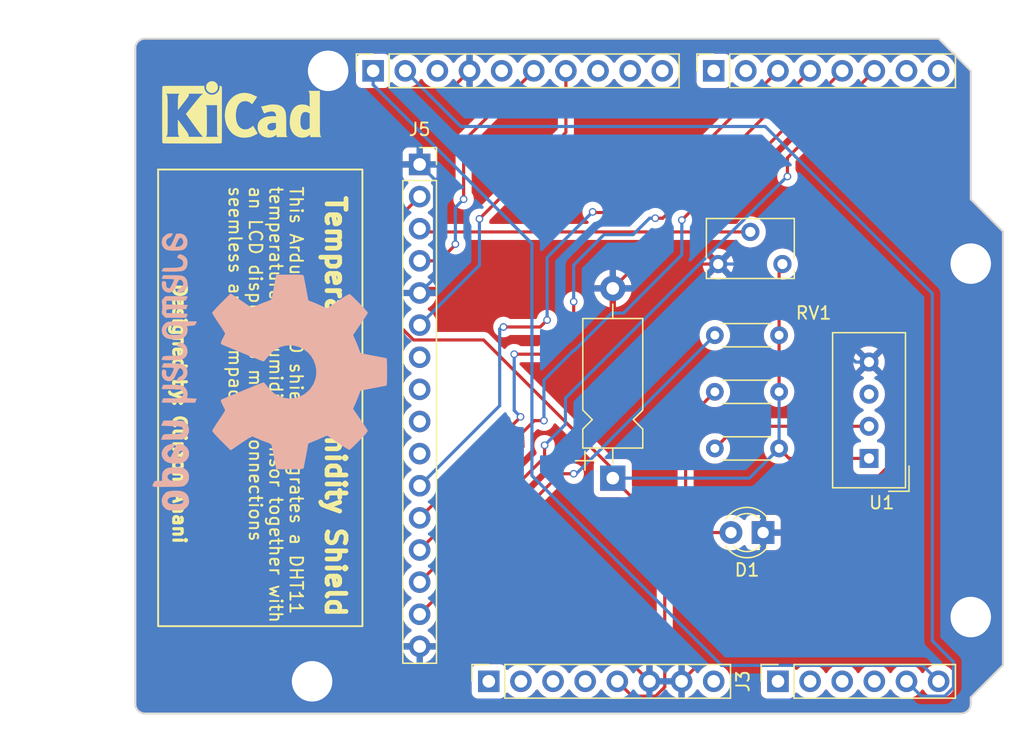
<source format=kicad_pcb>
(kicad_pcb (version 20221018) (generator pcbnew)
  (title_block (date "mar. 31 mars 2015"))
  (layers (0 "F.Cu" signal) (31 "B.Cu" signal) (36 "B.SilkS" user "B.Silkscreen") (37 "F.SilkS" user "F.Silkscreen") (38 "B.Mask" user) (39 "F.Mask" user) (44 "Edge.Cuts" user))
  (net 0 "")
  (net 1 "GND")
  (net 3 "+5V")
  (net 4 "/IOREF")
  (net 5 "/A0")
  (net 6 "/A1")
  (net 7 "/A2")
  (net 8 "/A3")
  (net 9 "/SDA{slash}A4")
  (net 10 "/SCL{slash}A5")
  (net 11 "/13")
  (net 12 "/12")
  (net 13 "/AREF")
  (net 14 "/8")
  (net 15 "/7")
  (net 16 "/*11")
  (net 17 "/*10")
  (net 18 "/*9")
  (net 19 "/4")
  (net 20 "/2")
  (net 21 "/*6")
  (net 22 "/*5")
  (net 23 "/TX{slash}1")
  (net 24 "/*3")
  (net 25 "/RX{slash}0")
  (net 26 "+3V3")
  (net 27 "VCC")
  (net 28 "/~{RESET}")
  (net 29 "/9")
  (net 31 "Net-(D1-A)")
  (net 32 "Net-(J5-Pin_3)")
  (net 37 "Net-(J5-Pin_15)")
  (footprint "Connector_PinSocket_2.54mm:PinSocket_1x08_P2.54mm_Vertical" (layer "F.Cu") (at 127.94 97.46 90)
    (fp_text reference "J1" hide)
    (fp_text value "Power")
    (pad "1" thru_hole rect locked (at 0 0 90) (size 1.7 1.7) (drill 1) (layers "*.Cu" "*.Mask"))
    (pad "2" thru_hole oval locked (at 0 2.54 90) (size 1.7 1.7) (drill 1) (layers "*.Cu" "*.Mask") (net 4 "/IOREF"))
    (pad "3" thru_hole oval locked (at 0 5.08 90) (size 1.7 1.7) (drill 1) (layers "*.Cu" "*.Mask") (net 28 "/~{RESET}"))
    (pad "4" thru_hole oval locked (at 0 7.62 90) (size 1.7 1.7) (drill 1) (layers "*.Cu" "*.Mask") (net 26 "+3V3"))
    (pad "5" thru_hole oval locked (at 0 10.16 90) (size 1.7 1.7) (drill 1) (layers "*.Cu" "*.Mask") (net 3 "+5V"))
    (pad "6" thru_hole oval locked (at 0 12.7 90) (size 1.7 1.7) (drill 1) (layers "*.Cu" "*.Mask") (net 1 "GND"))
    (pad "7" thru_hole oval locked (at 0 15.24 90) (size 1.7 1.7) (drill 1) (layers "*.Cu" "*.Mask") (net 1 "GND"))
    (pad "8" thru_hole oval locked (at 0 17.78 90) (size 1.7 1.7) (drill 1) (layers "*.Cu" "*.Mask") (net 27 "VCC"))
  )
  (footprint "Connector_PinSocket_2.54mm:PinSocket_1x06_P2.54mm_Vertical" (layer "F.Cu") (at 150.8 97.46 90)
    (fp_text reference "J3" (at 0 -2.77 90) (layer "F.SilkS"))
    (fp_text value "Analog")
    (pad "1" thru_hole rect locked (at 0 0 90) (size 1.7 1.7) (drill 1) (layers "*.Cu" "*.Mask") (net 5 "/A0"))
    (pad "2" thru_hole oval locked (at 0 2.54 90) (size 1.7 1.7) (drill 1) (layers "*.Cu" "*.Mask") (net 6 "/A1"))
    (pad "3" thru_hole oval locked (at 0 5.08 90) (size 1.7 1.7) (drill 1) (layers "*.Cu" "*.Mask") (net 7 "/A2"))
    (pad "4" thru_hole oval locked (at 0 7.62 90) (size 1.7 1.7) (drill 1) (layers "*.Cu" "*.Mask") (net 8 "/A3"))
    (pad "5" thru_hole oval locked (at 0 10.16 90) (size 1.7 1.7) (drill 1) (layers "*.Cu" "*.Mask") (net 9 "/SDA{slash}A4"))
    (pad "6" thru_hole oval locked (at 0 12.7 90) (size 1.7 1.7) (drill 1) (layers "*.Cu" "*.Mask") (net 10 "/SCL{slash}A5"))
  )
  (footprint "Connector_PinSocket_2.54mm:PinSocket_1x10_P2.54mm_Vertical" (layer "F.Cu") (at 118.796 49.2 90)
    (fp_text reference "J2" (at 0 -2.77 90) (layer "F.SilkS"))
    (fp_text value "Digital/PWM")
    (pad "1" thru_hole rect locked (at 0 0 90) (size 1.7 1.7) (drill 1) (layers "*.Cu" "*.Mask") (net 10 "/SCL{slash}A5"))
    (pad "2" thru_hole oval locked (at 0 2.54 90) (size 1.7 1.7) (drill 1) (layers "*.Cu" "*.Mask") (net 9 "/SDA{slash}A4"))
    (pad "3" thru_hole oval locked (at 0 5.08 90) (size 1.7 1.7) (drill 1) (layers "*.Cu" "*.Mask") (net 13 "/AREF"))
    (pad "4" thru_hole oval locked (at 0 7.62 90) (size 1.7 1.7) (drill 1) (layers "*.Cu" "*.Mask") (net 1 "GND"))
    (pad "5" thru_hole oval locked (at 0 10.16 90) (size 1.7 1.7) (drill 1) (layers "*.Cu" "*.Mask") (net 11 "/13"))
    (pad "6" thru_hole oval locked (at 0 12.7 90) (size 1.7 1.7) (drill 1) (layers "*.Cu" "*.Mask") (net 12 "/12"))
    (pad "7" thru_hole oval locked (at 0 15.24 90) (size 1.7 1.7) (drill 1) (layers "*.Cu" "*.Mask") (net 16 "/*11"))
    (pad "8" thru_hole oval locked (at 0 17.78 90) (size 1.7 1.7) (drill 1) (layers "*.Cu" "*.Mask") (net 17 "/*10"))
    (pad "9" thru_hole oval locked (at 0 20.32 90) (size 1.7 1.7) (drill 1) (layers "*.Cu" "*.Mask") (net 18 "/*9"))
    (pad "10" thru_hole oval locked (at 0 22.86 90) (size 1.7 1.7) (drill 1) (layers "*.Cu" "*.Mask") (net 14 "/8"))
  )
  (footprint "Connector_PinSocket_2.54mm:PinSocket_1x08_P2.54mm_Vertical" (layer "F.Cu") (at 145.72 49.2 90)
    (fp_text reference "J4" hide)
    (fp_text value "Digital/PWM")
    (pad "1" thru_hole rect locked (at 0 0 90) (size 1.7 1.7) (drill 1) (layers "*.Cu" "*.Mask") (net 15 "/7"))
    (pad "2" thru_hole oval locked (at 0 2.54 90) (size 1.7 1.7) (drill 1) (layers "*.Cu" "*.Mask") (net 21 "/*6"))
    (pad "3" thru_hole oval locked (at 0 5.08 90) (size 1.7 1.7) (drill 1) (layers "*.Cu" "*.Mask") (net 22 "/*5"))
    (pad "4" thru_hole oval locked (at 0 7.62 90) (size 1.7 1.7) (drill 1) (layers "*.Cu" "*.Mask") (net 19 "/4"))
    (pad "5" thru_hole oval locked (at 0 10.16 90) (size 1.7 1.7) (drill 1) (layers "*.Cu" "*.Mask") (net 24 "/*3"))
    (pad "6" thru_hole oval locked (at 0 12.7 90) (size 1.7 1.7) (drill 1) (layers "*.Cu" "*.Mask") (net 20 "/2"))
    (pad "7" thru_hole oval locked (at 0 15.24 90) (size 1.7 1.7) (drill 1) (layers "*.Cu" "*.Mask") (net 23 "/TX{slash}1"))
    (pad "8" thru_hole oval locked (at 0 17.78 90) (size 1.7 1.7) (drill 1) (layers "*.Cu" "*.Mask") (net 25 "/RX{slash}0"))
  )
  (footprint "Resistor_THT:R_Axial_DIN0204_L3.6mm_D1.6mm_P5.08mm_Horizontal" (layer "F.Cu") (at 150.89 79.05 180)
    (fp_text reference "R1" hide)
    (fp_text value "4k")
    (pad "1" thru_hole circle (at 0 0 180) (size 1.4 1.4) (drill 0.7) (layers "*.Cu" "*.Mask") (net 3 "+5V"))
    (pad "2" thru_hole oval (at 5.08 0 180) (size 1.4 1.4) (drill 0.7) (layers "*.Cu" "*.Mask") (net 29 "/9"))
  )
  (footprint "Sensor:Aosong_DHT11_5.5x12.0_P2.54mm" (layer "F.Cu") (at 158 79.84 180)
    (fp_text reference "U1" (at -1 -3.5) (layer "F.SilkS"))
    (fp_text value "DHT11")
    (pad "1" thru_hole rect (at 0 0 180) (size 1.5 1.5) (drill 0.8) (layers "*.Cu" "*.Mask") (net 3 "+5V"))
    (pad "2" thru_hole circle (at 0 2.54 180) (size 1.5 1.5) (drill 0.8) (layers "*.Cu" "*.Mask") (net 29 "/9"))
    (pad "3" thru_hole circle (at 0 5.08 180) (size 1.5 1.5) (drill 0.8) (layers "*.Cu" "*.Mask"))
    (pad "4" thru_hole circle (at 0 7.62 180) (size 1.5 1.5) (drill 0.8) (layers "*.Cu" "*.Mask") (net 1 "GND"))
  )
  (footprint "Resistor_THT:R_Axial_DIN0204_L3.6mm_D1.6mm_P5.08mm_Horizontal" (layer "F.Cu") (at 150.89 74.575 180)
    (fp_text reference "R2" hide)
    (fp_text value "10k")
    (pad "1" thru_hole circle (at 0 0 180) (size 1.4 1.4) (drill 0.7) (layers "*.Cu" "*.Mask") (net 3 "+5V"))
    (pad "2" thru_hole oval (at 5.08 0 180) (size 1.4 1.4) (drill 0.7) (layers "*.Cu" "*.Mask") (net 31 "Net-(D1-A)"))
  )
  (footprint "LED_THT:LED_D3.0mm" (layer "F.Cu") (at 149.625 85.7 180)
    (fp_text reference "D1" (at 1.27 -2.96) (layer "F.SilkS"))
    (fp_text value "LED")
    (pad "1" thru_hole rect (at 0 0 180) (size 1.8 1.8) (drill 0.9) (layers "*.Cu" "*.Mask") (net 1 "GND"))
    (pad "2" thru_hole circle (at 2.54 0 180) (size 1.8 1.8) (drill 0.9) (layers "*.Cu" "*.Mask") (net 31 "Net-(D1-A)"))
  )
  (footprint "Connector_PinSocket_2.54mm:PinSocket_1x16_P2.54mm_Vertical" (layer "F.Cu") (at 122.475 56.6)
    (fp_text reference "J5" (at 0 -2.77) (layer "F.SilkS"))
    (fp_text value "LCD")
    (pad "1" thru_hole rect (at 0 0) (size 1.7 1.7) (drill 1) (layers "*.Cu" "*.Mask") (net 1 "GND"))
    (pad "2" thru_hole oval (at 0 2.54) (size 1.7 1.7) (drill 1) (layers "*.Cu" "*.Mask") (net 3 "+5V"))
    (pad "3" thru_hole oval (at 0 5.08) (size 1.7 1.7) (drill 1) (layers "*.Cu" "*.Mask") (net 32 "Net-(J5-Pin_3)"))
    (pad "4" thru_hole oval (at 0 7.62) (size 1.7 1.7) (drill 1) (layers "*.Cu" "*.Mask") (net 12 "/12"))
    (pad "5" thru_hole oval (at 0 10.16) (size 1.7 1.7) (drill 1) (layers "*.Cu" "*.Mask") (net 1 "GND"))
    (pad "6" thru_hole oval (at 0 12.7) (size 1.7 1.7) (drill 1) (layers "*.Cu" "*.Mask") (net 16 "/*11"))
    (pad "7" thru_hole oval (at 0 15.24) (size 1.7 1.7) (drill 1) (layers "*.Cu" "*.Mask"))
    (pad "8" thru_hole oval (at 0 17.78) (size 1.7 1.7) (drill 1) (layers "*.Cu" "*.Mask"))
    (pad "9" thru_hole oval (at 0 20.32) (size 1.7 1.7) (drill 1) (layers "*.Cu" "*.Mask"))
    (pad "10" thru_hole oval (at 0 22.86) (size 1.7 1.7) (drill 1) (layers "*.Cu" "*.Mask"))
    (pad "11" thru_hole oval (at 0 25.4) (size 1.7 1.7) (drill 1) (layers "*.Cu" "*.Mask") (net 22 "/*5"))
    (pad "12" thru_hole oval (at 0 27.94) (size 1.7 1.7) (drill 1) (layers "*.Cu" "*.Mask") (net 19 "/4"))
    (pad "13" thru_hole oval (at 0 30.48) (size 1.7 1.7) (drill 1) (layers "*.Cu" "*.Mask") (net 24 "/*3"))
    (pad "14" thru_hole oval (at 0 33.02) (size 1.7 1.7) (drill 1) (layers "*.Cu" "*.Mask") (net 20 "/2"))
    (pad "15" thru_hole oval (at 0 35.56) (size 1.7 1.7) (drill 1) (layers "*.Cu" "*.Mask") (net 37 "Net-(J5-Pin_15)"))
    (pad "16" thru_hole oval (at 0 38.1) (size 1.7 1.7) (drill 1) (layers "*.Cu" "*.Mask") (net 1 "GND"))
  )
  (footprint "Arduino_MountingHole:MountingHole_3.2mm" (layer "F.Cu") (at 115.24 49.2)
    (fp_text reference "MH1" hide)
    (fp_text value "MountingHole_3.2mm" hide)
    (pad "" np_thru_hole circle locked (at 0 0) (size 3.2 3.2) (drill 3.2) (layers "*.Cu" "*.Mask"))
  )
  (footprint "Resistor_THT:R_Axial_DIN0204_L3.6mm_D1.6mm_P5.08mm_Horizontal" (layer "F.Cu") (at 145.81 70.1)
    (fp_text reference "R3" hide)
    (fp_text value "220")
    (pad "1" thru_hole circle (at 0 0) (size 1.4 1.4) (drill 0.7) (layers "*.Cu" "*.Mask") (net 37 "Net-(J5-Pin_15)"))
    (pad "2" thru_hole oval (at 5.08 0) (size 1.4 1.4) (drill 0.7) (layers "*.Cu" "*.Mask") (net 3 "+5V"))
  )
  (footprint "Capacitor_THT:CP_Axial_L10.0mm_D4.5mm_P15.00mm_Horizontal" (layer "F.Cu") (at 137.7425 81.4 90)
    (fp_text reference "C1" hide)
    (fp_text value "100n")
    (pad "1" thru_hole rect (at 0 0 90) (size 2 2) (drill 1) (layers "*.Cu" "*.Mask") (net 3 "+5V"))
    (pad "2" thru_hole oval (at 15 0 90) (size 2 2) (drill 1) (layers "*.Cu" "*.Mask") (net 1 "GND"))
  )
  (footprint "Arduino_MountingHole:MountingHole_3.2mm" (layer "F.Cu") (at 113.97 97.46)
    (fp_text reference "MH2" hide)
    (fp_text value "MountingHole_3.2mm" hide)
    (pad "" np_thru_hole circle locked (at 0 0) (size 3.2 3.2) (drill 3.2) (layers "*.Cu" "*.Mask"))
  )
  (footprint "Symbol:KiCad-Logo_5mm_SilkScreen" (layer "F.Cu") (at 108.4 53)
    (fp_text reference "REF**" hide)
    (fp_text value "KiCad-Logo_5mm_SilkScreen" hide)
  )
  (footprint "Arduino_MountingHole:MountingHole_3.2mm" (layer "F.Cu") (at 166.04 64.44)
    (fp_text reference "MH3" hide)
    (fp_text value "MountingHole_3.2mm" hide)
    (pad "" np_thru_hole circle locked (at 0 0) (size 3.2 3.2) (drill 3.2) (layers "*.Cu" "*.Mask"))
  )
  (footprint "Arduino_MountingHole:MountingHole_3.2mm" (layer "F.Cu") (at 166.04 92.38)
    (fp_text reference "MH4" hide)
    (fp_text value "MountingHole_3.2mm" hide)
    (pad "" np_thru_hole circle locked (at 0 0) (size 3.2 3.2) (drill 3.2) (layers "*.Cu" "*.Mask"))
  )
  (footprint "Potentiometer_THT:Potentiometer_Bourns_3266W_Vertical" (layer "F.Cu") (at 146.075 64.475 180)
    (fp_text reference "RV1" (at -7.54 -3.87 180) (layer "F.SilkS"))
    (fp_text value "10K")
    (pad "1" thru_hole circle (at 0 0 180) (size 1.44 1.44) (drill 0.8) (layers "*.Cu" "*.Mask") (net 1 "GND"))
    (pad "2" thru_hole circle (at -2.54 2.54 180) (size 1.44 1.44) (drill 0.8) (layers "*.Cu" "*.Mask") (net 32 "Net-(J5-Pin_3)"))
    (pad "3" thru_hole circle (at -5.08 0 180) (size 1.44 1.44) (drill 0.8) (layers "*.Cu" "*.Mask") (net 3 "+5V"))
  )
  (footprint "Symbol:OSHW-Logo2_24.3x20mm_SilkScreen" (layer "B.Cu") (at 110.65 73 90)
    (fp_text reference "REF**" hide)
    (fp_text value "OSHW-Logo2_24.3x20mm_SilkScreen" hide)
  )
  (gr_rect (start 101.8 57) (end 117.95 93.1) (stroke (width 0.15)) (fill none) (layer "F.SilkS"))
  (gr_line (start 166.04 59.36) (end 168.58 61.9) (stroke (width 0.15)) (layer "Edge.Cuts"))
  (gr_line (start 100 99.238) (end 100 47.422) (stroke (width 0.15)) (layer "Edge.Cuts"))
  (gr_line (start 168.58 61.9) (end 168.58 96.19) (stroke (width 0.15)) (layer "Edge.Cuts"))
  (gr_line (start 165.278 100) (end 100.762 100) (stroke (width 0.15)) (layer "Edge.Cuts"))
  (gr_line (start 100.762 46.66) (end 163.5 46.66) (stroke (width 0.15)) (layer "Edge.Cuts"))
  (gr_arc (start 100.762 100) (mid 100.223185 99.776815) (end 100 99.238) (stroke (width 0.15)) (layer "Edge.Cuts"))
  (gr_line (start 168.58 96.19) (end 166.04 98.73) (stroke (width 0.15)) (layer "Edge.Cuts"))
  (gr_line (start 163.5 46.66) (end 166.04 49.2) (stroke (width 0.15)) (layer "Edge.Cuts"))
  (gr_arc (start 166.04 99.238) (mid 165.816815 99.776815) (end 165.278 100) (stroke (width 0.15)) (layer "Edge.Cuts"))
  (gr_line (start 166.04 49.2) (end 166.04 59.36) (stroke (width 0.15)) (layer "Edge.Cuts"))
  (gr_line (start 166.04 98.73) (end 166.04 99.238) (stroke (width 0.15)) (layer "Edge.Cuts"))
  (gr_arc (start 100 47.422) (mid 100.223185 46.883185) (end 100.762 46.66) (stroke (width 0.15)) (layer "Edge.Cuts"))
  (gr_text "This Arduino UNO shield integrates a DHT11 \ntemperature & humidity sensor together with \nan LCD display to make connections \nseemless and compact." (at 107.3 58.25 270) (layer "F.SilkS") (effects (font (size 1 1)) (justify left bottom)))
  (gr_text "Temperature/Humidity Shield" (at 114.95 58.9 270) (layer "F.SilkS") (effects (font (size 1.5 1.5) (thickness 0.375) bold) (justify left bottom)))
  (gr_text "Designed by: Clinton Anani" (at 102.9 65.9 270) (layer "F.SilkS") (effects (font (size 1 1) (thickness 0.25) bold) (justify left bottom)))
  (segment (start 122.475 56.6) (end 122.475 53.141) (width 0.25) (layer "F.Cu") (net 1))
  (segment (start 122.475 53.141) (end 126.416 49.2) (width 0.25) (layer "F.Cu") (net 1))
  (segment (start 146.075 64.475) (end 139.6675 64.475) (width 0.25) (layer "F.Cu") (net 1))
  (segment (start 137.7425 66.4) (end 122.835 66.4) (width 0.25) (layer "F.Cu") (net 1))
  (segment (start 139.6675 64.475) (end 137.7425 66.4) (width 0.25) (layer "F.Cu") (net 1))
  (segment (start 149.625 85.7) (end 149.625 91.015) (width 0.25) (layer "F.Cu") (net 1))
  (segment (start 122.475 94.7) (end 137.88 94.7) (width 0.25) (layer "F.Cu") (net 1))
  (segment (start 154.29 85.7) (end 149.625 85.7) (width 0.25) (layer "F.Cu") (net 1))
  (segment (start 158 72.22) (end 160 74.22) (width 0.25) (layer "F.Cu") (net 1))
  (segment (start 160 79.99) (end 154.29 85.7) (width 0.25) (layer "F.Cu") (net 1))
  (segment (start 149.625 91.015) (end 143.18 97.46) (width 0.25) (layer "F.Cu") (net 1))
  (segment (start 160 74.22) (end 160 79.99) (width 0.25) (layer "F.Cu") (net 1))
  (segment (start 137.88 94.7) (end 140.64 97.46) (width 0.25) (layer "F.Cu") (net 1))
  (segment (start 122.835 66.4) (end 122.475 66.76) (width 0.25) (layer "F.Cu") (net 1))
  (segment (start 123.65 65.585) (end 122.475 66.76) (width 0.25) (layer "B.Cu") (net 1))
  (segment (start 149.19434 64.475) (end 146.075 64.475) (width 0.25) (layer "B.Cu") (net 1))
  (segment (start 122.475 56.6) (end 123.65 57.775) (width 0.25) (layer "B.Cu") (net 1))
  (segment (start 123.65 57.775) (end 123.65 65.585) (width 0.25) (layer "B.Cu") (net 1))
  (segment (start 158 72.22) (end 156.93934 72.22) (width 0.25) (layer "B.Cu") (net 1))
  (segment (start 140.64 97.46) (end 143.18 97.46) (width 0.25) (layer "B.Cu") (net 1))
  (segment (start 156.93934 72.22) (end 149.19434 64.475) (width 0.25) (layer "B.Cu") (net 1))
  (segment (start 139.275 98.635) (end 141.126701 98.635) (width 0.25) (layer "F.Cu") (net 3))
  (segment (start 137.7425 81.4) (end 137.7425 80.6925) (width 0.25) (layer "F.Cu") (net 3))
  (segment (start 150.89 74.575) (end 150.89 70.1) (width 0.25) (layer "F.Cu") (net 3))
  (segment (start 120.3 68.786701) (end 120.3 61.315) (width 0.25) (layer "F.Cu") (net 3))
  (segment (start 127.525 70.475) (end 121.988299 70.475) (width 0.25) (layer "F.Cu") (net 3))
  (segment (start 151.68 79.84) (end 150.89 79.05) (width 0.25) (layer "F.Cu") (net 3))
  (segment (start 141.85 97.911701) (end 141.85 85.5075) (width 0.25) (layer "F.Cu") (net 3))
  (segment (start 141.126701 98.635) (end 141.85 97.911701) (width 0.25) (layer "F.Cu") (net 3))
  (segment (start 150.89 70.1) (end 150.89 64.74) (width 0.25) (layer "F.Cu") (net 3))
  (segment (start 150.89 64.74) (end 151.155 64.475) (width 0.25) (layer "F.Cu") (net 3))
  (segment (start 137.7425 80.6925) (end 127.525 70.475) (width 0.25) (layer "F.Cu") (net 3))
  (segment (start 121.988299 70.475) (end 120.3 68.786701) (width 0.25) (layer "F.Cu") (net 3))
  (segment (start 141.85 85.5075) (end 137.7425 81.4) (width 0.25) (layer "F.Cu") (net 3))
  (segment (start 158 79.84) (end 151.68 79.84) (width 0.25) (layer "F.Cu") (net 3))
  (segment (start 120.3 61.315) (end 122.475 59.14) (width 0.25) (layer "F.Cu") (net 3))
  (segment (start 138.1 97.46) (end 139.275 98.635) (width 0.25) (layer "F.Cu") (net 3))
  (segment (start 148.54 81.4) (end 137.7425 81.4) (width 0.25) (layer "B.Cu") (net 3))
  (segment (start 150.89 79.05) (end 150.89 74.575) (width 0.25) (layer "B.Cu") (net 3))
  (segment (start 150.89 79.05) (end 148.54 81.4) (width 0.25) (layer "B.Cu") (net 3))
  (segment (start 164.675 97.946701) (end 164.675 95.925) (width 0.25) (layer "B.Cu") (net 9))
  (segment (start 125.736 53.6) (end 121.336 49.2) (width 0.25) (layer "B.Cu") (net 9))
  (segment (start 163 94.25) (end 163 66.8) (width 0.25) (layer "B.Cu") (net 9))
  (segment (start 163 66.8) (end 149.8 53.6) (width 0.25) (layer "B.Cu") (net 9))
  (segment (start 163.986701 98.635) (end 164.675 97.946701) (width 0.25) (layer "B.Cu") (net 9))
  (segment (start 149.8 53.6) (end 125.736 53.6) (width 0.25) (layer "B.Cu") (net 9))
  (segment (start 160.96 97.46) (end 162.135 98.635) (width 0.25) (layer "B.Cu") (net 9))
  (segment (start 164.675 95.925) (end 163 94.25) (width 0.25) (layer "B.Cu") (net 9))
  (segment (start 162.135 98.635) (end 163.986701 98.635) (width 0.25) (layer "B.Cu") (net 9))
  (segment (start 162.24 96.2) (end 163.5 97.46) (width 0.25) (layer "B.Cu") (net 10))
  (segment (start 146.35 96.2) (end 162.24 96.2) (width 0.25) (layer "B.Cu") (net 10))
  (segment (start 118.796 50.3) (end 131.35 62.854) (width 0.25) (layer "B.Cu") (net 10))
  (segment (start 118.796 49.2) (end 118.796 50.3) (width 0.25) (layer "B.Cu") (net 10))
  (segment (start 131.35 62.854) (end 131.35 81.2) (width 0.25) (layer "B.Cu") (net 10))
  (segment (start 131.35 81.2) (end 146.35 96.2) (width 0.25) (layer "B.Cu") (net 10))
  (segment (start 125.95 59.35) (end 125.95 54.746) (width 0.25) (layer "F.Cu") (net 12))
  (segment (start 125.35 62.9) (end 125.25 63) (width 0.25) (layer "F.Cu") (net 12))
  (segment (start 125.95 54.746) (end 131.496 49.2) (width 0.25) (layer "F.Cu") (net 12))
  (segment (start 122.475 64.22) (end 124.03 64.22) (width 0.25) (layer "F.Cu") (net 12))
  (segment (start 125.3 62.9) (end 125.35 62.9) (width 0.25) (layer "F.Cu") (net 12))
  (segment (start 124.03 64.22) (end 125.3 62.95) (width 0.25) (layer "F.Cu") (net 12))
  (segment (start 125.3 62.95) (end 125.3 62.9) (width 0.25) (layer "F.Cu") (net 12))
  (via (at 125.95 59.35) (size 0.6) (drill 0.4) (layers "F.Cu" "B.Cu") (net 12))
  (via (at 125.3 62.9) (size 0.6) (drill 0.4) (layers "F.Cu" "B.Cu") (net 12))
  (segment (start 125.3 62.9) (end 125.3 60) (width 0.25) (layer "B.Cu") (net 12))
  (segment (start 125.3 60) (end 125.95 59.35) (width 0.25) (layer "B.Cu") (net 12))
  (segment (start 127.2 60.9) (end 134.036 54.064) (width 0.25) (layer "F.Cu") (net 16))
  (segment (start 134.036 54.064) (end 134.036 49.2) (width 0.25) (layer "F.Cu") (net 16))
  (via (at 127.2 60.9) (size 0.6) (drill 0.4) (layers "F.Cu" "B.Cu") (net 16))
  (segment (start 127.2 64.575) (end 127.2 60.9) (width 0.25) (layer "B.Cu") (net 16))
  (segment (start 122.475 69.3) (end 127.2 64.575) (width 0.25) (layer "B.Cu") (net 16))
  (segment (start 134.65 69.1) (end 134.65 67.45) (width 0.25) (layer "F.Cu") (net 19))
  (segment (start 122.475 84.54) (end 130.45 76.565) (width 0.25) (layer "F.Cu") (net 19))
  (segment (start 130.45 76.565) (end 130.45 76.55) (width 0.25) (layer "F.Cu") (net 19))
  (segment (start 153.34 49.2) (end 141.69 60.85) (width 0.25) (layer "F.Cu") (net 19))
  (segment (start 132.15 71.6) (end 134.65 69.1) (width 0.25) (layer "F.Cu") (net 19))
  (segment (start 129.95 71.6) (end 132.15 71.6) (width 0.25) (layer "F.Cu") (net 19))
  (segment (start 141.1 60.85) (end 141.69 60.85) (width 0.25) (layer "F.Cu") (net 19))
  (via (at 129.95 71.6) (size 0.6) (drill 0.4) (layers "F.Cu" "B.Cu") (net 19))
  (via (at 134.65 67.45) (size 0.6) (drill 0.4) (layers "F.Cu" "B.Cu") (net 19))
  (via (at 130.45 76.55) (size 0.6) (drill 0.4) (layers "F.Cu" "B.Cu") (net 19))
  (via (at 141.1 60.85) (size 0.6) (drill 0.4) (layers "F.Cu" "B.Cu") (net 19))
  (segment (start 129.95 76.05) (end 129.95 71.65) (width 0.25) (layer "B.Cu") (net 19))
  (segment (start 140.65 60.85) (end 141.1 60.85) (width 0.25) (layer "B.Cu") (net 19))
  (segment (start 134.65 64.55) (end 137.05 62.15) (width 0.25) (layer "B.Cu") (net 19))
  (segment (start 137.05 62.15) (end 139.35 62.15) (width 0.25) (layer "B.Cu") (net 19))
  (segment (start 139.35 62.15) (end 140.65 60.85) (width 0.25) (layer "B.Cu") (net 19))
  (segment (start 134.65 67.45) (end 134.65 64.55) (width 0.25) (layer "B.Cu") (net 19))
  (segment (start 130.45 76.55) (end 129.95 76.05) (width 0.25) (layer "B.Cu") (net 19))
  (segment (start 129.95 71.65) (end 129.95 71.6) (width 0.25) (layer "B.Cu") (net 19))
  (segment (start 132.35 79.745) (end 132.35 78.8) (width 0.25) (layer "F.Cu") (net 20))
  (segment (start 122.475 89.62) (end 132.35 79.745) (width 0.25) (layer "F.Cu") (net 20))
  (segment (start 151.55 56.07) (end 158.42 49.2) (width 0.25) (layer "F.Cu") (net 20))
  (segment (start 151.55 57.55) (end 151.55 56.07) (width 0.25) (layer "F.Cu") (net 20))
  (via (at 132.35 78.8) (size 0.6) (drill 0.4) (layers "F.Cu" "B.Cu") (net 20))
  (via (at 151.55 57.55) (size 0.6) (drill 0.4) (layers "F.Cu" "B.Cu") (net 20))
  (segment (start 134 75.072146) (end 151.5 57.572146) (width 0.25) (layer "B.Cu") (net 20))
  (segment (start 151.5 57.572146) (end 151.55 57.55) (width 0.25) (layer "B.Cu") (net 20))
  (segment (start 134 77.15) (end 134 75.072146) (width 0.25) (layer "B.Cu") (net 20))
  (segment (start 132.35 78.8) (end 134 77.15) (width 0.25) (layer "B.Cu") (net 20))
  (segment (start 151.55 57.55) (end 151.5 57.55) (width 0.25) (layer "B.Cu") (net 20))
  (segment (start 136.3 60.4) (end 136.35 60.4) (width 0.25) (layer "F.Cu") (net 22))
  (segment (start 132 69.45) (end 129.1 69.45) (width 0.25) (layer "F.Cu") (net 22))
  (segment (start 136.15 60.35) (end 136.3 60.4) (width 0.25) (layer "F.Cu") (net 22))
  (segment (start 132.55 68.9) (end 132 69.45) (width 0.25) (layer "F.Cu") (net 22))
  (segment (start 139.6 60.4) (end 136.4 60.4) (width 0.25) (layer "F.Cu") (net 22))
  (segment (start 150.8 49.2) (end 139.6 60.4) (width 0.25) (layer "F.Cu") (net 22))
  (segment (start 136.4 60.4) (end 136.15 60.35) (width 0.25) (layer "F.Cu") (net 22))
  (via (at 129.1 69.45) (size 0.6) (drill 0.4) (layers "F.Cu" "B.Cu") (net 22))
  (via (at 136.15 60.35) (size 0.6) (drill 0.4) (layers "F.Cu" "B.Cu") (net 22))
  (via (at 132.55 68.9) (size 0.6) (drill 0.4) (layers "F.Cu" "B.Cu") (net 22))
  (segment (start 122.475 82) (end 128.8 75.675) (width 0.25) (layer "B.Cu") (net 22))
  (segment (start 128.8 69.6) (end 129.1 69.45) (width 0.25) (layer "B.Cu") (net 22))
  (segment (start 136.15 60.35) (end 132.55 63.95) (width 0.25) (layer "B.Cu") (net 22))
  (segment (start 132.55 63.95) (end 132.55 68.9) (width 0.25) (layer "B.Cu") (net 22))
  (segment (start 128.8 75.675) (end 128.8 69.6) (width 0.25) (layer "B.Cu") (net 22))
  (segment (start 129.1 69.45) (end 128.95 69.45) (width 0.25) (layer "B.Cu") (net 22))
  (segment (start 144.45 59.75) (end 145.33 59.75) (width 0.25) (layer "F.Cu") (net 24))
  (segment (start 131.55 76.85) (end 132.3 76.85) (width 0.25) (layer "F.Cu") (net 24))
  (segment (start 155.88 49.2) (end 145.33 59.75) (width 0.25) (layer "F.Cu") (net 24))
  (segment (start 130.65 78.905) (end 130.6 77.8) (width 0.25) (layer "F.Cu") (net 24))
  (segment (start 122.475 87.08) (end 130.65 78.905) (width 0.25) (layer "F.Cu") (net 24))
  (segment (start 130.6 77.8) (end 131.55 76.85) (width 0.25) (layer "F.Cu") (net 24))
  (segment (start 144.45 59.75) (end 143.2 61) (width 0.25) (layer "F.Cu") (net 24))
  (via (at 132.3 76.85) (size 0.6) (drill 0.4) (layers "F.Cu" "B.Cu") (net 24))
  (via (at 143.2 61) (size 0.6) (drill 0.4) (layers "F.Cu" "B.Cu") (net 24))
  (segment (start 138.6 68.35) (end 143.2 63.75) (width 0.25) (layer "B.Cu") (net 24))
  (segment (start 132.3 76.85) (end 132.3 73.65) (width 0.25) (layer "B.Cu") (net 24))
  (segment (start 132.3 73.65) (end 134.65 71.3) (width 0.25) (layer "B.Cu") (net 24))
  (segment (start 137.666333 68.35) (end 138.6 68.35) (width 0.25) (layer "B.Cu") (net 24))
  (segment (start 134.716333 71.3) (end 137.666333 68.35) (width 0.25) (layer "B.Cu") (net 24))
  (segment (start 143.2 63.75) (end 143.2 61) (width 0.25) (layer "B.Cu") (net 24))
  (segment (start 134.65 71.3) (end 134.716333 71.3) (width 0.25) (layer "B.Cu") (net 24))
  (segment (start 158 77.3) (end 147.56 77.3) (width 0.25) (layer "F.Cu") (net 29))
  (segment (start 147.56 77.3) (end 145.81 79.05) (width 0.25) (layer "F.Cu") (net 29))
  (segment (start 143.5 85) (end 144.2 85.7) (width 0.25) (layer "F.Cu") (net 31))
  (segment (start 144.2 85.7) (end 147.085 85.7) (width 0.25) (layer "F.Cu") (net 31))
  (segment (start 143.5 76.885) (end 143.5 85) (width 0.25) (layer "F.Cu") (net 31))
  (segment (start 145.81 74.575) (end 143.5 76.885) (width 0.25) (layer "F.Cu") (net 31))
  (segment (start 148.615 61.935) (end 122.73 61.935) (width 0.25) (layer "F.Cu") (net 32))
  (segment (start 122.73 61.935) (end 122.475 61.68) (width 0.25) (layer "F.Cu") (net 32))
  (segment (start 133.585 81.05) (end 134.65 81.05) (width 0.25) (layer "F.Cu") (net 37))
  (segment (start 122.475 92.16) (end 133.585 81.05) (width 0.25) (layer "F.Cu") (net 37))
  (via (at 134.65 81.05) (size 0.6) (drill 0.4) (layers "F.Cu" "B.Cu") (net 37))
  (segment (start 134.86 81.05) (end 145.81 70.1) (width 0.25) (layer "B.Cu") (net 37))
  (segment (start 134.65 81.05) (end 134.86 81.05) (width 0.25) (layer "B.Cu") (net 37))
  (zone (net 1) (net_name "GND") (layers "F&B.Cu") (connect_pads (clearance 0.508)) (min_thickness 0.25) (fill yes (thermal_gap 0.5) (thermal_bridge_width 0.5))
    (polygon (pts (xy 96.65 57.65) (xy 99.05 43.6) (xy 169.75 45.4) (xy 170.25 101.65) (xy 89.3 101.65)))
  )
)
</source>
